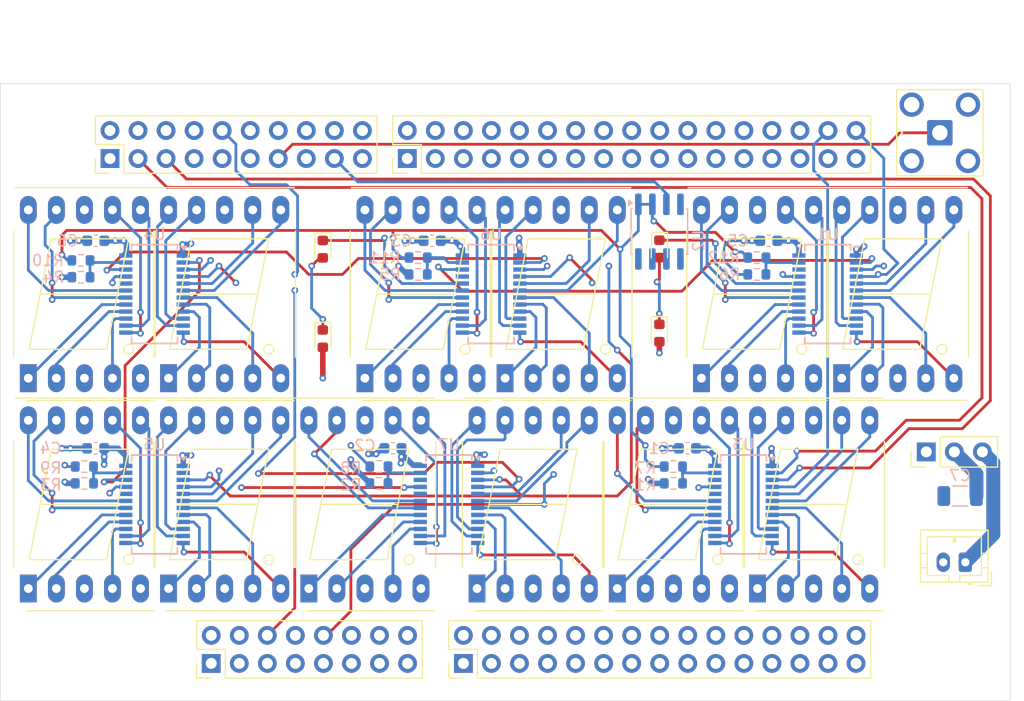
<source format=kicad_pcb>
(kicad_pcb
	(version 20241229)
	(generator "pcbnew")
	(generator_version "9.0")
	(general
		(thickness 1.6)
		(legacy_teardrops no)
	)
	(paper "A4")
	(layers
		(0 "F.Cu" signal)
		(4 "In1.Cu" signal)
		(6 "In2.Cu" signal)
		(2 "B.Cu" signal)
		(9 "F.Adhes" user "F.Adhesive")
		(11 "B.Adhes" user "B.Adhesive")
		(13 "F.Paste" user)
		(15 "B.Paste" user)
		(5 "F.SilkS" user "F.Silkscreen")
		(7 "B.SilkS" user "B.Silkscreen")
		(1 "F.Mask" user)
		(3 "B.Mask" user)
		(17 "Dwgs.User" user "User.Drawings")
		(19 "Cmts.User" user "User.Comments")
		(21 "Eco1.User" user "User.Eco1")
		(23 "Eco2.User" user "User.Eco2")
		(25 "Edge.Cuts" user)
		(27 "Margin" user)
		(31 "F.CrtYd" user "F.Courtyard")
		(29 "B.CrtYd" user "B.Courtyard")
		(35 "F.Fab" user)
		(33 "B.Fab" user)
		(39 "User.1" user)
		(41 "User.2" user)
		(43 "User.3" user)
		(45 "User.4" user)
		(47 "User.5" user)
		(49 "User.6" user)
		(51 "User.7" user)
		(53 "User.8" user)
		(55 "User.9" user)
	)
	(setup
		(stackup
			(layer "F.SilkS"
				(type "Top Silk Screen")
			)
			(layer "F.Paste"
				(type "Top Solder Paste")
			)
			(layer "F.Mask"
				(type "Top Solder Mask")
				(thickness 0.01)
			)
			(layer "F.Cu"
				(type "copper")
				(thickness 0.035)
			)
			(layer "dielectric 1"
				(type "prepreg")
				(thickness 0.1)
				(material "FR4")
				(epsilon_r 4.5)
				(loss_tangent 0.02)
			)
			(layer "In1.Cu"
				(type "copper")
				(thickness 0.035)
			)
			(layer "dielectric 2"
				(type "core")
				(thickness 1.24)
				(material "FR4")
				(epsilon_r 4.5)
				(loss_tangent 0.02)
			)
			(layer "In2.Cu"
				(type "copper")
				(thickness 0.035)
			)
			(layer "dielectric 3"
				(type "prepreg")
				(thickness 0.1)
				(material "FR4")
				(epsilon_r 4.5)
				(loss_tangent 0.02)
			)
			(layer "B.Cu"
				(type "copper")
				(thickness 0.035)
			)
			(layer "B.Mask"
				(type "Bottom Solder Mask")
				(thickness 0.01)
			)
			(layer "B.Paste"
				(type "Bottom Solder Paste")
			)
			(layer "B.SilkS"
				(type "Bottom Silk Screen")
			)
			(copper_finish "None")
			(dielectric_constraints no)
		)
		(pad_to_mask_clearance 0)
		(allow_soldermask_bridges_in_footprints no)
		(tenting front back)
		(pcbplotparams
			(layerselection 0x00000000_00000000_55555555_5755f5ff)
			(plot_on_all_layers_selection 0x00000000_00000000_00000000_00000000)
			(disableapertmacros no)
			(usegerberextensions no)
			(usegerberattributes yes)
			(usegerberadvancedattributes yes)
			(creategerberjobfile yes)
			(dashed_line_dash_ratio 12.000000)
			(dashed_line_gap_ratio 3.000000)
			(svgprecision 4)
			(plotframeref no)
			(mode 1)
			(useauxorigin no)
			(hpglpennumber 1)
			(hpglpenspeed 20)
			(hpglpendiameter 15.000000)
			(pdf_front_fp_property_popups yes)
			(pdf_back_fp_property_popups yes)
			(pdf_metadata yes)
			(pdf_single_document no)
			(dxfpolygonmode yes)
			(dxfimperialunits yes)
			(dxfusepcbnewfont yes)
			(psnegative no)
			(psa4output no)
			(plot_black_and_white yes)
			(sketchpadsonfab no)
			(plotpadnumbers no)
			(hidednponfab no)
			(sketchdnponfab yes)
			(crossoutdnponfab yes)
			(subtractmaskfromsilk no)
			(outputformat 1)
			(mirror no)
			(drillshape 1)
			(scaleselection 1)
			(outputdirectory "")
		)
	)
	(net 0 "")
	(net 1 "/LED_VDD")
	(net 2 "Net-(AFF1-b)")
	(net 3 "Net-(AFF1-c)")
	(net 4 "/display_us/DP1_K")
	(net 5 "Net-(AFF1-g)")
	(net 6 "Net-(AFF1-e)")
	(net 7 "Net-(AFF1-a)")
	(net 8 "Net-(AFF1-f)")
	(net 9 "Net-(AFF1-d)")
	(net 10 "Net-(AFF2-b)")
	(net 11 "Net-(AFF2-g)")
	(net 12 "Net-(AFF2-c)")
	(net 13 "Net-(AFF2-e)")
	(net 14 "Net-(AFF2-d)")
	(net 15 "Net-(AFF2-a)")
	(net 16 "Net-(AFF2-f)")
	(net 17 "Net-(AFF3-f)")
	(net 18 "Net-(AFF3-c)")
	(net 19 "Net-(AFF3-g)")
	(net 20 "Net-(AFF3-d)")
	(net 21 "Net-(AFF3-a)")
	(net 22 "Net-(AFF3-e)")
	(net 23 "Net-(AFF3-b)")
	(net 24 "/display_h/DP1_K")
	(net 25 "Net-(AFF4-g)")
	(net 26 "/display_m/DP1_K")
	(net 27 "Net-(AFF4-d)")
	(net 28 "Net-(AFF4-b)")
	(net 29 "Net-(AFF4-e)")
	(net 30 "Net-(AFF4-f)")
	(net 31 "Net-(AFF4-c)")
	(net 32 "Net-(AFF4-a)")
	(net 33 "Net-(AFF5-f)")
	(net 34 "Net-(AFF5-b)")
	(net 35 "Net-(AFF5-c)")
	(net 36 "Net-(AFF5-e)")
	(net 37 "Net-(AFF5-g)")
	(net 38 "/display_msus/DP1_K")
	(net 39 "Net-(AFF5-a)")
	(net 40 "Net-(AFF5-d)")
	(net 41 "/display_ms/DP1_K")
	(net 42 "Net-(AFF6-c)")
	(net 43 "Net-(AFF6-d)")
	(net 44 "Net-(AFF6-e)")
	(net 45 "Net-(AFF6-a)")
	(net 46 "Net-(AFF6-b)")
	(net 47 "Net-(AFF6-g)")
	(net 48 "Net-(AFF6-f)")
	(net 49 "Net-(AFF7-c)")
	(net 50 "Net-(AFF7-e)")
	(net 51 "/display_s/DP1_K")
	(net 52 "Net-(AFF7-a)")
	(net 53 "Net-(AFF7-g)")
	(net 54 "Net-(AFF7-d)")
	(net 55 "Net-(AFF7-f)")
	(net 56 "Net-(AFF7-b)")
	(net 57 "Net-(AFF8-c)")
	(net 58 "Net-(AFF8-g)")
	(net 59 "Net-(AFF8-d)")
	(net 60 "Net-(AFF8-e)")
	(net 61 "Net-(AFF8-a)")
	(net 62 "Net-(AFF8-b)")
	(net 63 "Net-(AFF8-f)")
	(net 64 "Net-(AFF9-f)")
	(net 65 "Net-(AFF9-b)")
	(net 66 "Net-(AFF9-a)")
	(net 67 "Net-(AFF9-d)")
	(net 68 "Net-(AFF9-e)")
	(net 69 "Net-(AFF9-g)")
	(net 70 "Net-(AFF9-c)")
	(net 71 "Net-(AFF10-e)")
	(net 72 "Net-(AFF10-c)")
	(net 73 "Net-(AFF10-a)")
	(net 74 "Net-(AFF10-b)")
	(net 75 "Net-(AFF10-g)")
	(net 76 "Net-(AFF10-d)")
	(net 77 "Net-(AFF10-f)")
	(net 78 "Net-(AFF11-f)")
	(net 79 "Net-(AFF11-d)")
	(net 80 "Net-(AFF11-c)")
	(net 81 "Net-(AFF11-g)")
	(net 82 "Net-(AFF11-e)")
	(net 83 "Net-(AFF11-b)")
	(net 84 "Net-(AFF11-a)")
	(net 85 "Net-(AFF12-e)")
	(net 86 "Net-(AFF12-g)")
	(net 87 "Net-(AFF12-c)")
	(net 88 "Net-(AFF12-a)")
	(net 89 "Net-(AFF12-f)")
	(net 90 "Net-(AFF12-d)")
	(net 91 "Net-(AFF12-b)")
	(net 92 "+5V")
	(net 93 "/processor/VIN")
	(net 94 "/processor/~{RST}")
	(net 95 "GND")
	(net 96 "/display_s/R_{ext}")
	(net 97 "/display_s/SDO")
	(net 98 "+3V3")
	(net 99 "/display_m/SDO")
	(net 100 "/processor/IOREF")
	(net 101 "Net-(D3-K)")
	(net 102 "Net-(D1-A)")
	(net 103 "/display_h/R_{ext}")
	(net 104 "/LED_OE")
	(net 105 "/processor/PA4_DAC1_OUT")
	(net 106 "/processor/VREFP")
	(net 107 "unconnected-(J4-Pin_4-Pad4)")
	(net 108 "unconnected-(J4-Pin_2-Pad2)")
	(net 109 "unconnected-(J4-Pin_12-Pad12)")
	(net 110 "unconnected-(J4-Pin_16-Pad16)")
	(net 111 "unconnected-(J4-Pin_8-Pad8)")
	(net 112 "unconnected-(J4-Pin_14-Pad14)")
	(net 113 "VDDA")
	(net 114 "GNDA")
	(net 115 "/display_us/R_{ext}")
	(net 116 "/display_msus/R_{ext}")
	(net 117 "/display_ms/R_{ext}")
	(net 118 "/display_m/R_{ext}")
	(net 119 "/LED_VREF")
	(net 120 "/display_us/AUX_LED")
	(net 121 "/display_s/AUX_LED")
	(net 122 "/display_ms/AUX_LED")
	(net 123 "/display_ms/SDI")
	(net 124 "/display_h/SDI")
	(net 125 "/display_m/AUX_LED")
	(net 126 "/display_msus/AUX_LED")
	(net 127 "/display_h/AUX_LED")
	(net 128 "Net-(AFF1-DP)")
	(net 129 "Net-(AFF3-DP)")
	(net 130 "Net-(AFF4-DP)")
	(net 131 "Net-(AFF5-DP)")
	(net 132 "Net-(AFF7-DP)")
	(net 133 "/MSD_MOSI")
	(net 134 "/MSD_SCK")
	(net 135 "/LSD_MOSI")
	(net 136 "/processor/PB5_ETH_PPS")
	(net 137 "/LSD_LE")
	(net 138 "/MSD_LE")
	(net 139 "/display_us/SDO")
	(net 140 "/display_h/SDO")
	(net 141 "/LSD_SCK")
	(net 142 "unconnected-(J4-Pin_29-Pad29)")
	(net 143 "unconnected-(J2-Pin_15-Pad15)")
	(net 144 "unconnected-(J2-Pin_19-Pad19)")
	(net 145 "Net-(AFF6-DP)")
	(net 146 "Net-(J5-Pin_1)")
	(net 147 "unconnected-(J4-Pin_19-Pad19)")
	(net 148 "unconnected-(J4-Pin_10-Pad10)")
	(net 149 "unconnected-(J4-Pin_9-Pad9)")
	(net 150 "unconnected-(J4-Pin_7-Pad7)")
	(net 151 "unconnected-(J4-Pin_23-Pad23)")
	(net 152 "unconnected-(J4-Pin_13-Pad13)")
	(net 153 "unconnected-(J4-Pin_6-Pad6)")
	(net 154 "unconnected-(J4-Pin_18-Pad18)")
	(net 155 "unconnected-(J4-Pin_28-Pad28)")
	(net 156 "unconnected-(J4-Pin_24-Pad24)")
	(net 157 "unconnected-(J4-Pin_20-Pad20)")
	(net 158 "unconnected-(J4-Pin_30-Pad30)")
	(net 159 "unconnected-(J4-Pin_11-Pad11)")
	(net 160 "unconnected-(J4-Pin_33-Pad33)")
	(net 161 "unconnected-(J4-Pin_25-Pad25)")
	(net 162 "unconnected-(J4-Pin_21-Pad21)")
	(net 163 "unconnected-(J4-Pin_15-Pad15)")
	(net 164 "unconnected-(J4-Pin_26-Pad26)")
	(net 165 "unconnected-(J4-Pin_31-Pad31)")
	(net 166 "unconnected-(J3-Pin_25-Pad25)")
	(net 167 "unconnected-(J3-Pin_4-Pad4)")
	(net 168 "unconnected-(J3-Pin_15-Pad15)")
	(net 169 "unconnected-(J3-Pin_18-Pad18)")
	(net 170 "unconnected-(J3-Pin_27-Pad27)")
	(net 171 "unconnected-(J3-Pin_6-Pad6)")
	(net 172 "unconnected-(J3-Pin_2-Pad2)")
	(net 173 "unconnected-(J3-Pin_19-Pad19)")
	(net 174 "unconnected-(J3-Pin_9-Pad9)")
	(net 175 "unconnected-(J3-Pin_21-Pad21)")
	(net 176 "unconnected-(J3-Pin_3-Pad3)")
	(net 177 "unconnected-(J3-Pin_11-Pad11)")
	(net 178 "unconnected-(J3-Pin_10-Pad10)")
	(net 179 "unconnected-(J3-Pin_26-Pad26)")
	(net 180 "unconnected-(J3-Pin_22-Pad22)")
	(net 181 "unconnected-(J3-Pin_28-Pad28)")
	(net 182 "unconnected-(J3-Pin_14-Pad14)")
	(net 183 "unconnected-(J3-Pin_8-Pad8)")
	(net 184 "unconnected-(J3-Pin_20-Pad20)")
	(net 185 "unconnected-(J3-Pin_29-Pad29)")
	(net 186 "unconnected-(J3-Pin_16-Pad16)")
	(net 187 "unconnected-(J3-Pin_1-Pad1)")
	(net 188 "unconnected-(J3-Pin_7-Pad7)")
	(net 189 "unconnected-(J3-Pin_13-Pad13)")
	(net 190 "unconnected-(J3-Pin_24-Pad24)")
	(net 191 "unconnected-(J3-Pin_30-Pad30)")
	(net 192 "unconnected-(J3-Pin_17-Pad17)")
	(net 193 "unconnected-(J3-Pin_5-Pad5)")
	(net 194 "unconnected-(J2-Pin_11-Pad11)")
	(net 195 "unconnected-(J2-Pin_9-Pad9)")
	(net 196 "unconnected-(J2-Pin_16-Pad16)")
	(net 197 "unconnected-(J2-Pin_2-Pad2)")
	(net 198 "unconnected-(J2-Pin_4-Pad4)")
	(net 199 "unconnected-(J2-Pin_12-Pad12)")
	(net 200 "unconnected-(J2-Pin_1-Pad1)")
	(net 201 "unconnected-(J2-Pin_20-Pad20)")
	(net 202 "unconnected-(J2-Pin_18-Pad18)")
	(net 203 "unconnected-(J2-Pin_14-Pad14)")
	(net 204 "unconnected-(J2-Pin_7-Pad7)")
	(net 205 "unconnected-(J1-Pin_14-Pad14)")
	(net 206 "unconnected-(J1-Pin_4-Pad4)")
	(net 207 "unconnected-(J1-Pin_8-Pad8)")
	(net 208 "unconnected-(J1-Pin_2-Pad2)")
	(net 209 "unconnected-(J1-Pin_16-Pad16)")
	(net 210 "unconnected-(J1-Pin_12-Pad12)")
	(net 211 "unconnected-(J1-Pin_1-Pad1)")
	(footprint "Display_7Segment:7SegmentLED_LTS6760_LTS6780" (layer "F.Cu") (at 147.32 100.33 90))
	(footprint "Connector_PinHeader_2.54mm:PinHeader_2x10_P2.54mm_Vertical" (layer "F.Cu") (at 111.536 80.44 90))
	(footprint "Display_7Segment:7SegmentLED_LTS6760_LTS6780" (layer "F.Cu") (at 165.1 100.33 90))
	(footprint "Connector_PinHeader_2.54mm:PinHeader_2x08_P2.54mm_Vertical" (layer "F.Cu") (at 120.7054 126.16 90))
	(footprint "Display_7Segment:7SegmentLED_LTS6760_LTS6780" (layer "F.Cu") (at 129.54 119.38 90))
	(footprint "Display_7Segment:7SegmentLED_LTS6760_LTS6780" (layer "F.Cu") (at 134.62 100.33 90))
	(footprint "Display_7Segment:7SegmentLED_LTS6760_LTS6780" (layer "F.Cu") (at 116.84 100.33 90))
	(footprint "Display_7Segment:7SegmentLED_LTS6760_LTS6780" (layer "F.Cu") (at 144.78 119.38 90))
	(footprint "Connector_PinHeader_2.54mm:PinHeader_2x15_P2.54mm_Vertical" (layer "F.Cu") (at 143.54 126.16 90))
	(footprint "Connector_PinHeader_2.54mm:PinHeader_2x17_P2.54mm_Vertical" (layer "F.Cu") (at 138.46 80.44 90))
	(footprint "LED_SMD:LED_0603_1608Metric" (layer "F.Cu") (at 130.81 88.646 -90))
	(footprint "Display_7Segment:7SegmentLED_LTS6760_LTS6780" (layer "F.Cu") (at 157.48 119.38 90))
	(footprint "Display_7Segment:7SegmentLED_LTS6760_LTS6780" (layer "F.Cu") (at 170.18 119.38 90))
	(footprint "Connector_PinHeader_2.54mm:PinHeader_1x03_P2.54mm_Vertical" (layer "F.Cu") (at 185.46 107 90))
	(footprint "Display_7Segment:7SegmentLED_LTS6760_LTS6780" (layer "F.Cu") (at 177.8 100.33 90))
	(footprint "Display_7Segment:7SegmentLED_LTS6760_LTS6780" (layer "F.Cu") (at 104.14 100.33 90))
	(footprint "LED_SMD:LED_0603_1608Metric" (layer "F.Cu") (at 130.81 96.7485 -90))
	(footprint "LED_SMD:LED_0603_1608Metric" (layer "F.Cu") (at 161.29 88.6205 -90))
	(footprint "Connector_Coaxial:SMA_BAT_Wireless_BWSMA-KWE-Z001" (layer "F.Cu") (at 186.69 78.105))
	(footprint "Connector_JST:JST_PH_B2B-PH-K_1x02_P2.00mm_Vertical" (layer "F.Cu") (at 189 117 180))
	(footprint "LED_SMD:LED_0603_1608Metric" (layer "F.Cu") (at 161.29 96.2405 -90))
	(footprint "Display_7Segment:7SegmentLED_LTS6760_LTS6780" (layer "F.Cu") (at 104.14 119.38 90))
	(footprint "Display_7Segment:7SegmentLED_LTS6760_LTS6780" (layer "F.Cu") (at 116.84 119.38 90))
	(footprint "Resistor_SMD:R_0603_1608Metric" (layer "B.Cu") (at 139.446 90.932 180))
	(footprint "Resistor_SMD:R_0603_1608Metric" (layer "B.Cu") (at 135.89 108.331 180))
	(footprint "Capacitor_SMD:C_0603_1608Metric"
		(layer "B.Cu")
		(uuid "106818b0-11ea-4021-a1c5-7cf438626f3a")
		(at 137.16 106.68 180)
		(descr "Capacitor SMD 0603 (1608 Metric), square (rectangular) end terminal, IPC-7351 nominal, (Body size source: IPC-SM-782 page 76, https://www.pcb-3d.com/wordpress/wp-content/uploads/ipc-sm-782a_amendment_1_and_2.pdf), generated with kicad-footprint-generator")
		(tags "capacitor")
		(property "Reference" "C2"
			(at 2.54 0.254 0)
			(layer "B.SilkS")
			(uuid "f1002417-358c-404b-8d59-f52bf0df26c4")
			(effects
				(font
					(size 1 1)
					(thickness 0.15)
				)
				(justify mirror)
			)
		)
		(property "Value" "100n"
			(at 0 -1.43 0)
			(layer "B.Fab")
			(hide yes)
			(uuid "b66a6352-82ba-4eff-bf38-dcf3b5f1be37")
			(effects
				(font
					(size 1 1)
					(thickness 0.15)
				)
				(justify mirror)
			)
		)
		(property "Datasheet" "~"
			(at 0 0 0)
			(layer "B.Fab")
			(hide yes)
			(uuid "20de61ff-de58-487f-a958-5f121f651e64")
			(effects
				(font
					(size 1.27 1.27)
					(thickness 0.15)
				)
				(justify mirror)
			)
		)
		(property "Description" "Unpolarized capacitor"
			(at 0 0 0)
			(layer "B.Fab")
			(hide yes)
			(uuid "5f5c3dff-37bc-4b42-99a0-2c9be6a2c8e8")
			(effects
				(font
					(size 1.27 1.27)
					(thickness 0.15)
				)
				(justify mirror)
			)
		)
		(property "LCSC" "C14663"
			(at 0 0 0)
			(unlocked yes)
			(layer "B.Fab")
			(hide yes)
			(uuid "1c5990d9-b2ba-4071-86a4-8d00d3177f3f")
			(effects
				(font
					(size 1 1)
					(thickness 0.15)
				)
				(justify mirror)
			)
		)
		(property ki_fp_filters "C_*")
		(path "/0060460a-547e-4316-992c-9f3982dc54dd/6f2d5f66-9789-40a2-b9f1-81b74d95a37b")
		(sheetname "/display_msus/")
		(sheetfile "display.kicad_sch")
		(attr smd)
		(fp_line
			(start -0.14058 0.51)
			(end 0.14058 0.51)
			(stroke
				(width 0.12)
				(type solid)
			)
			(layer "B.SilkS")
			(uuid "02ccb31c-47ed-45f6-821c-cc5d34030511")
		)
		(fp_line
			(start -0.14058 -0.51)
			(end 0.14058 -0.51)
			(stroke
				(width 0.12)
				(type solid)
			)
			(layer "B.SilkS")
			(uuid "080a30eb-7c18-46e7-bbf3-608f0557f202")
		)
		(fp_rect
			(start -1.48 0.73)
			(end 1.48 -0.73)
			(stroke
				(width 0.05)
				(type solid)
			)
			(fill no)
			(layer "B.CrtYd")
			(uuid "d32f25ca-16c7-4b8c-b9e1-090e62fd6627")
		)
		(fp_rect
			(start -0.8 0.4)
			(end 0.8 -0.4)
			(stroke
				(width 0.1)
				(type solid)
			)
			(fill no)
			(layer "B.Fab")
			(uuid "0f40221d-3b43-4308-9c
... [1043787 chars truncated]
</source>
